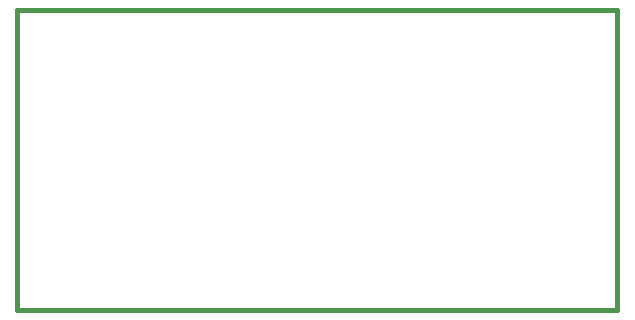
<source format=gko>
G04 (created by PCBNEW (2013-07-07 BZR 4022)-stable) date 21.08.2014 16:08:41*
%MOIN*%
G04 Gerber Fmt 3.4, Leading zero omitted, Abs format*
%FSLAX34Y34*%
G01*
G70*
G90*
G04 APERTURE LIST*
%ADD10C,0.00590551*%
%ADD11C,0.015*%
G04 APERTURE END LIST*
G54D10*
G54D11*
X14000Y-19500D02*
X34000Y-19500D01*
X14000Y-29500D02*
X14000Y-19500D01*
X34000Y-29500D02*
X14000Y-29500D01*
X34000Y-19500D02*
X34000Y-29500D01*
M02*

</source>
